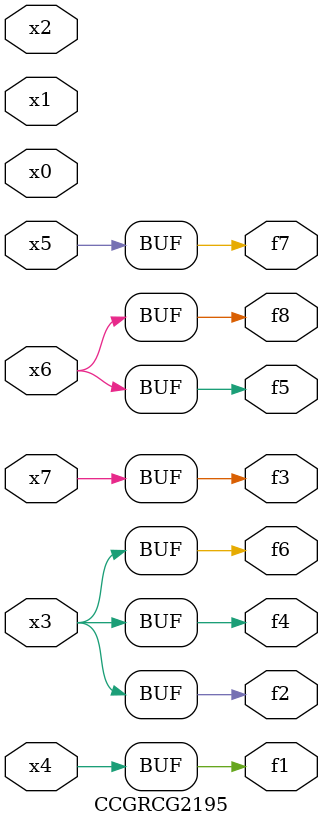
<source format=v>
module CCGRCG2195(
	input x0, x1, x2, x3, x4, x5, x6, x7,
	output f1, f2, f3, f4, f5, f6, f7, f8
);
	assign f1 = x4;
	assign f2 = x3;
	assign f3 = x7;
	assign f4 = x3;
	assign f5 = x6;
	assign f6 = x3;
	assign f7 = x5;
	assign f8 = x6;
endmodule

</source>
